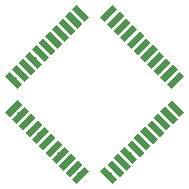
<source format=gbr>
G04 #@! TF.GenerationSoftware,KiCad,Pcbnew,5.1.3-ffb9f22~84~ubuntu18.04.1*
G04 #@! TF.CreationDate,2019-08-13T01:25:41-07:00*
G04 #@! TF.ProjectId,ATmega32U4breakout,41546d65-6761-4333-9255-34627265616b,rev?*
G04 #@! TF.SameCoordinates,Original*
G04 #@! TF.FileFunction,Paste,Top*
G04 #@! TF.FilePolarity,Positive*
%FSLAX46Y46*%
G04 Gerber Fmt 4.6, Leading zero omitted, Abs format (unit mm)*
G04 Created by KiCad (PCBNEW 5.1.3-ffb9f22~84~ubuntu18.04.1) date 2019-08-13 01:25:41*
%MOMM*%
%LPD*%
G04 APERTURE LIST*
%ADD10C,0.550000*%
%ADD11C,0.100000*%
G04 APERTURE END LIST*
D10*
X133417918Y-83311064D03*
D11*
G36*
X132693134Y-82975188D02*
G01*
X133082042Y-82586280D01*
X134142702Y-83646940D01*
X133753794Y-84035848D01*
X132693134Y-82975188D01*
X132693134Y-82975188D01*
G37*
D10*
X132852233Y-83876750D03*
D11*
G36*
X132127449Y-83540874D02*
G01*
X132516357Y-83151966D01*
X133577017Y-84212626D01*
X133188109Y-84601534D01*
X132127449Y-83540874D01*
X132127449Y-83540874D01*
G37*
D10*
X132286548Y-84442435D03*
D11*
G36*
X131561764Y-84106559D02*
G01*
X131950672Y-83717651D01*
X133011332Y-84778311D01*
X132622424Y-85167219D01*
X131561764Y-84106559D01*
X131561764Y-84106559D01*
G37*
D10*
X131720862Y-85008120D03*
D11*
G36*
X130996078Y-84672244D02*
G01*
X131384986Y-84283336D01*
X132445646Y-85343996D01*
X132056738Y-85732904D01*
X130996078Y-84672244D01*
X130996078Y-84672244D01*
G37*
D10*
X131155177Y-85573806D03*
D11*
G36*
X130430393Y-85237930D02*
G01*
X130819301Y-84849022D01*
X131879961Y-85909682D01*
X131491053Y-86298590D01*
X130430393Y-85237930D01*
X130430393Y-85237930D01*
G37*
D10*
X130589491Y-86139491D03*
D11*
G36*
X129864707Y-85803615D02*
G01*
X130253615Y-85414707D01*
X131314275Y-86475367D01*
X130925367Y-86864275D01*
X129864707Y-85803615D01*
X129864707Y-85803615D01*
G37*
D10*
X130023806Y-86705177D03*
D11*
G36*
X129299022Y-86369301D02*
G01*
X129687930Y-85980393D01*
X130748590Y-87041053D01*
X130359682Y-87429961D01*
X129299022Y-86369301D01*
X129299022Y-86369301D01*
G37*
D10*
X129458120Y-87270862D03*
D11*
G36*
X128733336Y-86934986D02*
G01*
X129122244Y-86546078D01*
X130182904Y-87606738D01*
X129793996Y-87995646D01*
X128733336Y-86934986D01*
X128733336Y-86934986D01*
G37*
D10*
X128892435Y-87836548D03*
D11*
G36*
X128167651Y-87500672D02*
G01*
X128556559Y-87111764D01*
X129617219Y-88172424D01*
X129228311Y-88561332D01*
X128167651Y-87500672D01*
X128167651Y-87500672D01*
G37*
D10*
X128326750Y-88402233D03*
D11*
G36*
X127601966Y-88066357D02*
G01*
X127990874Y-87677449D01*
X129051534Y-88738109D01*
X128662626Y-89127017D01*
X127601966Y-88066357D01*
X127601966Y-88066357D01*
G37*
D10*
X127761064Y-88967918D03*
D11*
G36*
X127036280Y-88632042D02*
G01*
X127425188Y-88243134D01*
X128485848Y-89303794D01*
X128096940Y-89692702D01*
X127036280Y-88632042D01*
X127036280Y-88632042D01*
G37*
D10*
X127761064Y-91372082D03*
D11*
G36*
X127425188Y-92096866D02*
G01*
X127036280Y-91707958D01*
X128096940Y-90647298D01*
X128485848Y-91036206D01*
X127425188Y-92096866D01*
X127425188Y-92096866D01*
G37*
D10*
X128326750Y-91937767D03*
D11*
G36*
X127990874Y-92662551D02*
G01*
X127601966Y-92273643D01*
X128662626Y-91212983D01*
X129051534Y-91601891D01*
X127990874Y-92662551D01*
X127990874Y-92662551D01*
G37*
D10*
X128892435Y-92503452D03*
D11*
G36*
X128556559Y-93228236D02*
G01*
X128167651Y-92839328D01*
X129228311Y-91778668D01*
X129617219Y-92167576D01*
X128556559Y-93228236D01*
X128556559Y-93228236D01*
G37*
D10*
X129458120Y-93069138D03*
D11*
G36*
X129122244Y-93793922D02*
G01*
X128733336Y-93405014D01*
X129793996Y-92344354D01*
X130182904Y-92733262D01*
X129122244Y-93793922D01*
X129122244Y-93793922D01*
G37*
D10*
X130023806Y-93634823D03*
D11*
G36*
X129687930Y-94359607D02*
G01*
X129299022Y-93970699D01*
X130359682Y-92910039D01*
X130748590Y-93298947D01*
X129687930Y-94359607D01*
X129687930Y-94359607D01*
G37*
D10*
X130589491Y-94200509D03*
D11*
G36*
X130253615Y-94925293D02*
G01*
X129864707Y-94536385D01*
X130925367Y-93475725D01*
X131314275Y-93864633D01*
X130253615Y-94925293D01*
X130253615Y-94925293D01*
G37*
D10*
X131155177Y-94766194D03*
D11*
G36*
X130819301Y-95490978D02*
G01*
X130430393Y-95102070D01*
X131491053Y-94041410D01*
X131879961Y-94430318D01*
X130819301Y-95490978D01*
X130819301Y-95490978D01*
G37*
D10*
X131720862Y-95331880D03*
D11*
G36*
X131384986Y-96056664D02*
G01*
X130996078Y-95667756D01*
X132056738Y-94607096D01*
X132445646Y-94996004D01*
X131384986Y-96056664D01*
X131384986Y-96056664D01*
G37*
D10*
X132286548Y-95897565D03*
D11*
G36*
X131950672Y-96622349D02*
G01*
X131561764Y-96233441D01*
X132622424Y-95172781D01*
X133011332Y-95561689D01*
X131950672Y-96622349D01*
X131950672Y-96622349D01*
G37*
D10*
X132852233Y-96463250D03*
D11*
G36*
X132516357Y-97188034D02*
G01*
X132127449Y-96799126D01*
X133188109Y-95738466D01*
X133577017Y-96127374D01*
X132516357Y-97188034D01*
X132516357Y-97188034D01*
G37*
D10*
X133417918Y-97028936D03*
D11*
G36*
X133082042Y-97753720D02*
G01*
X132693134Y-97364812D01*
X133753794Y-96304152D01*
X134142702Y-96693060D01*
X133082042Y-97753720D01*
X133082042Y-97753720D01*
G37*
D10*
X135822082Y-97028936D03*
D11*
G36*
X135097298Y-96693060D02*
G01*
X135486206Y-96304152D01*
X136546866Y-97364812D01*
X136157958Y-97753720D01*
X135097298Y-96693060D01*
X135097298Y-96693060D01*
G37*
D10*
X136387767Y-96463250D03*
D11*
G36*
X135662983Y-96127374D02*
G01*
X136051891Y-95738466D01*
X137112551Y-96799126D01*
X136723643Y-97188034D01*
X135662983Y-96127374D01*
X135662983Y-96127374D01*
G37*
D10*
X136953452Y-95897565D03*
D11*
G36*
X136228668Y-95561689D02*
G01*
X136617576Y-95172781D01*
X137678236Y-96233441D01*
X137289328Y-96622349D01*
X136228668Y-95561689D01*
X136228668Y-95561689D01*
G37*
D10*
X137519138Y-95331880D03*
D11*
G36*
X136794354Y-94996004D02*
G01*
X137183262Y-94607096D01*
X138243922Y-95667756D01*
X137855014Y-96056664D01*
X136794354Y-94996004D01*
X136794354Y-94996004D01*
G37*
D10*
X138084823Y-94766194D03*
D11*
G36*
X137360039Y-94430318D02*
G01*
X137748947Y-94041410D01*
X138809607Y-95102070D01*
X138420699Y-95490978D01*
X137360039Y-94430318D01*
X137360039Y-94430318D01*
G37*
D10*
X138650509Y-94200509D03*
D11*
G36*
X137925725Y-93864633D02*
G01*
X138314633Y-93475725D01*
X139375293Y-94536385D01*
X138986385Y-94925293D01*
X137925725Y-93864633D01*
X137925725Y-93864633D01*
G37*
D10*
X139216194Y-93634823D03*
D11*
G36*
X138491410Y-93298947D02*
G01*
X138880318Y-92910039D01*
X139940978Y-93970699D01*
X139552070Y-94359607D01*
X138491410Y-93298947D01*
X138491410Y-93298947D01*
G37*
D10*
X139781880Y-93069138D03*
D11*
G36*
X139057096Y-92733262D02*
G01*
X139446004Y-92344354D01*
X140506664Y-93405014D01*
X140117756Y-93793922D01*
X139057096Y-92733262D01*
X139057096Y-92733262D01*
G37*
D10*
X140347565Y-92503452D03*
D11*
G36*
X139622781Y-92167576D02*
G01*
X140011689Y-91778668D01*
X141072349Y-92839328D01*
X140683441Y-93228236D01*
X139622781Y-92167576D01*
X139622781Y-92167576D01*
G37*
D10*
X140913250Y-91937767D03*
D11*
G36*
X140188466Y-91601891D02*
G01*
X140577374Y-91212983D01*
X141638034Y-92273643D01*
X141249126Y-92662551D01*
X140188466Y-91601891D01*
X140188466Y-91601891D01*
G37*
D10*
X141478936Y-91372082D03*
D11*
G36*
X140754152Y-91036206D02*
G01*
X141143060Y-90647298D01*
X142203720Y-91707958D01*
X141814812Y-92096866D01*
X140754152Y-91036206D01*
X140754152Y-91036206D01*
G37*
D10*
X141478936Y-88967918D03*
D11*
G36*
X141143060Y-89692702D02*
G01*
X140754152Y-89303794D01*
X141814812Y-88243134D01*
X142203720Y-88632042D01*
X141143060Y-89692702D01*
X141143060Y-89692702D01*
G37*
D10*
X140913250Y-88402233D03*
D11*
G36*
X140577374Y-89127017D02*
G01*
X140188466Y-88738109D01*
X141249126Y-87677449D01*
X141638034Y-88066357D01*
X140577374Y-89127017D01*
X140577374Y-89127017D01*
G37*
D10*
X140347565Y-87836548D03*
D11*
G36*
X140011689Y-88561332D02*
G01*
X139622781Y-88172424D01*
X140683441Y-87111764D01*
X141072349Y-87500672D01*
X140011689Y-88561332D01*
X140011689Y-88561332D01*
G37*
D10*
X139781880Y-87270862D03*
D11*
G36*
X139446004Y-87995646D02*
G01*
X139057096Y-87606738D01*
X140117756Y-86546078D01*
X140506664Y-86934986D01*
X139446004Y-87995646D01*
X139446004Y-87995646D01*
G37*
D10*
X139216194Y-86705177D03*
D11*
G36*
X138880318Y-87429961D02*
G01*
X138491410Y-87041053D01*
X139552070Y-85980393D01*
X139940978Y-86369301D01*
X138880318Y-87429961D01*
X138880318Y-87429961D01*
G37*
D10*
X138650509Y-86139491D03*
D11*
G36*
X138314633Y-86864275D02*
G01*
X137925725Y-86475367D01*
X138986385Y-85414707D01*
X139375293Y-85803615D01*
X138314633Y-86864275D01*
X138314633Y-86864275D01*
G37*
D10*
X138084823Y-85573806D03*
D11*
G36*
X137748947Y-86298590D02*
G01*
X137360039Y-85909682D01*
X138420699Y-84849022D01*
X138809607Y-85237930D01*
X137748947Y-86298590D01*
X137748947Y-86298590D01*
G37*
D10*
X137519138Y-85008120D03*
D11*
G36*
X137183262Y-85732904D02*
G01*
X136794354Y-85343996D01*
X137855014Y-84283336D01*
X138243922Y-84672244D01*
X137183262Y-85732904D01*
X137183262Y-85732904D01*
G37*
D10*
X136953452Y-84442435D03*
D11*
G36*
X136617576Y-85167219D02*
G01*
X136228668Y-84778311D01*
X137289328Y-83717651D01*
X137678236Y-84106559D01*
X136617576Y-85167219D01*
X136617576Y-85167219D01*
G37*
D10*
X136387767Y-83876750D03*
D11*
G36*
X136051891Y-84601534D02*
G01*
X135662983Y-84212626D01*
X136723643Y-83151966D01*
X137112551Y-83540874D01*
X136051891Y-84601534D01*
X136051891Y-84601534D01*
G37*
D10*
X135822082Y-83311064D03*
D11*
G36*
X135486206Y-84035848D02*
G01*
X135097298Y-83646940D01*
X136157958Y-82586280D01*
X136546866Y-82975188D01*
X135486206Y-84035848D01*
X135486206Y-84035848D01*
G37*
M02*

</source>
